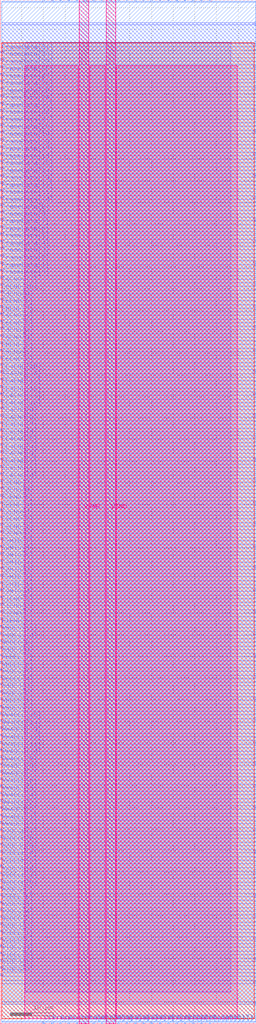
<source format=lef>
VERSION 5.7 ;
  NOWIREEXTENSIONATPIN ON ;
  DIVIDERCHAR "/" ;
  BUSBITCHARS "[]" ;
MACRO E_IO
  CLASS BLOCK ;
  FOREIGN E_IO ;
  ORIGIN 0.000 0.000 ;
  SIZE 59.200 BY 236.800 ;
  PIN A_I_top
    DIRECTION OUTPUT ;
    USE SIGNAL ;
    ANTENNADIFFAREA 0.654800 ;
    PORT
      LAYER Metal2 ;
        RECT 58.750 9.460 59.200 9.860 ;
    END
  END A_I_top
  PIN A_O_top
    DIRECTION INPUT ;
    USE SIGNAL ;
    ANTENNAGATEAREA 0.314600 ;
    PORT
      LAYER Metal2 ;
        RECT 58.750 4.420 59.200 4.820 ;
    END
  END A_O_top
  PIN A_T_top
    DIRECTION OUTPUT ;
    USE SIGNAL ;
    ANTENNADIFFAREA 0.654800 ;
    PORT
      LAYER Metal2 ;
        RECT 58.750 14.500 59.200 14.900 ;
    END
  END A_T_top
  PIN A_config_C_bit0
    DIRECTION OUTPUT ;
    USE SIGNAL ;
    ANTENNADIFFAREA 0.654800 ;
    PORT
      LAYER Metal2 ;
        RECT 58.750 34.660 59.200 35.060 ;
    END
  END A_config_C_bit0
  PIN A_config_C_bit1
    DIRECTION OUTPUT ;
    USE SIGNAL ;
    ANTENNADIFFAREA 0.654800 ;
    PORT
      LAYER Metal2 ;
        RECT 58.750 39.700 59.200 40.100 ;
    END
  END A_config_C_bit1
  PIN A_config_C_bit2
    DIRECTION OUTPUT ;
    USE SIGNAL ;
    ANTENNADIFFAREA 0.654800 ;
    PORT
      LAYER Metal2 ;
        RECT 58.750 44.740 59.200 45.140 ;
    END
  END A_config_C_bit2
  PIN A_config_C_bit3
    DIRECTION OUTPUT ;
    USE SIGNAL ;
    ANTENNADIFFAREA 0.654800 ;
    PORT
      LAYER Metal2 ;
        RECT 58.750 49.780 59.200 50.180 ;
    END
  END A_config_C_bit3
  PIN B_I_top
    DIRECTION OUTPUT ;
    USE SIGNAL ;
    ANTENNADIFFAREA 0.654800 ;
    PORT
      LAYER Metal2 ;
        RECT 58.750 24.580 59.200 24.980 ;
    END
  END B_I_top
  PIN B_O_top
    DIRECTION INPUT ;
    USE SIGNAL ;
    ANTENNAGATEAREA 0.314600 ;
    PORT
      LAYER Metal2 ;
        RECT 58.750 19.540 59.200 19.940 ;
    END
  END B_O_top
  PIN B_T_top
    DIRECTION OUTPUT ;
    USE SIGNAL ;
    ANTENNADIFFAREA 0.654800 ;
    PORT
      LAYER Metal2 ;
        RECT 58.750 29.620 59.200 30.020 ;
    END
  END B_T_top
  PIN B_config_C_bit0
    DIRECTION OUTPUT ;
    USE SIGNAL ;
    ANTENNADIFFAREA 0.654800 ;
    PORT
      LAYER Metal2 ;
        RECT 58.750 54.820 59.200 55.220 ;
    END
  END B_config_C_bit0
  PIN B_config_C_bit1
    DIRECTION OUTPUT ;
    USE SIGNAL ;
    ANTENNADIFFAREA 0.654800 ;
    PORT
      LAYER Metal2 ;
        RECT 58.750 59.860 59.200 60.260 ;
    END
  END B_config_C_bit1
  PIN B_config_C_bit2
    DIRECTION OUTPUT ;
    USE SIGNAL ;
    ANTENNADIFFAREA 0.654800 ;
    PORT
      LAYER Metal2 ;
        RECT 58.750 64.900 59.200 65.300 ;
    END
  END B_config_C_bit2
  PIN B_config_C_bit3
    DIRECTION OUTPUT ;
    USE SIGNAL ;
    ANTENNADIFFAREA 0.654800 ;
    PORT
      LAYER Metal2 ;
        RECT 58.750 69.940 59.200 70.340 ;
    END
  END B_config_C_bit3
  PIN E1END[0]
    DIRECTION INPUT ;
    USE SIGNAL ;
    ANTENNAGATEAREA 0.180700 ;
    PORT
      LAYER Metal2 ;
        RECT 0.000 91.780 0.450 92.180 ;
    END
  END E1END[0]
  PIN E1END[1]
    DIRECTION INPUT ;
    USE SIGNAL ;
    ANTENNAGATEAREA 0.213200 ;
    PORT
      LAYER Metal2 ;
        RECT 0.000 93.460 0.450 93.860 ;
    END
  END E1END[1]
  PIN E1END[2]
    DIRECTION INPUT ;
    USE SIGNAL ;
    ANTENNAGATEAREA 0.213200 ;
    PORT
      LAYER Metal2 ;
        RECT 0.000 95.140 0.450 95.540 ;
    END
  END E1END[2]
  PIN E1END[3]
    DIRECTION INPUT ;
    USE SIGNAL ;
    ANTENNAGATEAREA 0.213200 ;
    PORT
      LAYER Metal2 ;
        RECT 0.000 96.820 0.450 97.220 ;
    END
  END E1END[3]
  PIN E2END[0]
    DIRECTION INPUT ;
    USE SIGNAL ;
    ANTENNAGATEAREA 0.213200 ;
    PORT
      LAYER Metal2 ;
        RECT 0.000 111.940 0.450 112.340 ;
    END
  END E2END[0]
  PIN E2END[1]
    DIRECTION INPUT ;
    USE SIGNAL ;
    ANTENNAGATEAREA 0.213200 ;
    PORT
      LAYER Metal2 ;
        RECT 0.000 113.620 0.450 114.020 ;
    END
  END E2END[1]
  PIN E2END[2]
    DIRECTION INPUT ;
    USE SIGNAL ;
    ANTENNAGATEAREA 0.213200 ;
    PORT
      LAYER Metal2 ;
        RECT 0.000 115.300 0.450 115.700 ;
    END
  END E2END[2]
  PIN E2END[3]
    DIRECTION INPUT ;
    USE SIGNAL ;
    ANTENNAGATEAREA 0.213200 ;
    PORT
      LAYER Metal2 ;
        RECT 0.000 116.980 0.450 117.380 ;
    END
  END E2END[3]
  PIN E2END[4]
    DIRECTION INPUT ;
    USE SIGNAL ;
    ANTENNAGATEAREA 0.213200 ;
    PORT
      LAYER Metal2 ;
        RECT 0.000 118.660 0.450 119.060 ;
    END
  END E2END[4]
  PIN E2END[5]
    DIRECTION INPUT ;
    USE SIGNAL ;
    ANTENNAGATEAREA 0.213200 ;
    PORT
      LAYER Metal2 ;
        RECT 0.000 120.340 0.450 120.740 ;
    END
  END E2END[5]
  PIN E2END[6]
    DIRECTION INPUT ;
    USE SIGNAL ;
    ANTENNAGATEAREA 0.213200 ;
    PORT
      LAYER Metal2 ;
        RECT 0.000 122.020 0.450 122.420 ;
    END
  END E2END[6]
  PIN E2END[7]
    DIRECTION INPUT ;
    USE SIGNAL ;
    ANTENNAGATEAREA 0.213200 ;
    PORT
      LAYER Metal2 ;
        RECT 0.000 123.700 0.450 124.100 ;
    END
  END E2END[7]
  PIN E2MID[0]
    DIRECTION INPUT ;
    USE SIGNAL ;
    ANTENNAGATEAREA 0.213200 ;
    PORT
      LAYER Metal2 ;
        RECT 0.000 98.500 0.450 98.900 ;
    END
  END E2MID[0]
  PIN E2MID[1]
    DIRECTION INPUT ;
    USE SIGNAL ;
    ANTENNAGATEAREA 0.213200 ;
    PORT
      LAYER Metal2 ;
        RECT 0.000 100.180 0.450 100.580 ;
    END
  END E2MID[1]
  PIN E2MID[2]
    DIRECTION INPUT ;
    USE SIGNAL ;
    ANTENNAGATEAREA 0.213200 ;
    PORT
      LAYER Metal2 ;
        RECT 0.000 101.860 0.450 102.260 ;
    END
  END E2MID[2]
  PIN E2MID[3]
    DIRECTION INPUT ;
    USE SIGNAL ;
    ANTENNAGATEAREA 0.213200 ;
    PORT
      LAYER Metal2 ;
        RECT 0.000 103.540 0.450 103.940 ;
    END
  END E2MID[3]
  PIN E2MID[4]
    DIRECTION INPUT ;
    USE SIGNAL ;
    ANTENNAGATEAREA 0.213200 ;
    PORT
      LAYER Metal2 ;
        RECT 0.000 105.220 0.450 105.620 ;
    END
  END E2MID[4]
  PIN E2MID[5]
    DIRECTION INPUT ;
    USE SIGNAL ;
    ANTENNAGATEAREA 0.213200 ;
    PORT
      LAYER Metal2 ;
        RECT 0.000 106.900 0.450 107.300 ;
    END
  END E2MID[5]
  PIN E2MID[6]
    DIRECTION INPUT ;
    USE SIGNAL ;
    ANTENNAGATEAREA 0.213200 ;
    PORT
      LAYER Metal2 ;
        RECT 0.000 108.580 0.450 108.980 ;
    END
  END E2MID[6]
  PIN E2MID[7]
    DIRECTION INPUT ;
    USE SIGNAL ;
    ANTENNAGATEAREA 0.213200 ;
    PORT
      LAYER Metal2 ;
        RECT 0.000 110.260 0.450 110.660 ;
    END
  END E2MID[7]
  PIN E6END[0]
    DIRECTION INPUT ;
    USE SIGNAL ;
    ANTENNAGATEAREA 0.213200 ;
    PORT
      LAYER Metal2 ;
        RECT 0.000 152.260 0.450 152.660 ;
    END
  END E6END[0]
  PIN E6END[10]
    DIRECTION INPUT ;
    USE SIGNAL ;
    ANTENNAGATEAREA 0.180700 ;
    PORT
      LAYER Metal2 ;
        RECT 0.000 169.060 0.450 169.460 ;
    END
  END E6END[10]
  PIN E6END[11]
    DIRECTION INPUT ;
    USE SIGNAL ;
    ANTENNAGATEAREA 0.180700 ;
    PORT
      LAYER Metal2 ;
        RECT 0.000 170.740 0.450 171.140 ;
    END
  END E6END[11]
  PIN E6END[1]
    DIRECTION INPUT ;
    USE SIGNAL ;
    ANTENNAGATEAREA 0.314600 ;
    PORT
      LAYER Metal2 ;
        RECT 0.000 153.940 0.450 154.340 ;
    END
  END E6END[1]
  PIN E6END[2]
    DIRECTION INPUT ;
    USE SIGNAL ;
    ANTENNAGATEAREA 0.213200 ;
    PORT
      LAYER Metal2 ;
        RECT 0.000 155.620 0.450 156.020 ;
    END
  END E6END[2]
  PIN E6END[3]
    DIRECTION INPUT ;
    USE SIGNAL ;
    ANTENNAGATEAREA 0.213200 ;
    PORT
      LAYER Metal2 ;
        RECT 0.000 157.300 0.450 157.700 ;
    END
  END E6END[3]
  PIN E6END[4]
    DIRECTION INPUT ;
    USE SIGNAL ;
    ANTENNAGATEAREA 0.213200 ;
    PORT
      LAYER Metal2 ;
        RECT 0.000 158.980 0.450 159.380 ;
    END
  END E6END[4]
  PIN E6END[5]
    DIRECTION INPUT ;
    USE SIGNAL ;
    ANTENNAGATEAREA 0.213200 ;
    PORT
      LAYER Metal2 ;
        RECT 0.000 160.660 0.450 161.060 ;
    END
  END E6END[5]
  PIN E6END[6]
    DIRECTION INPUT ;
    USE SIGNAL ;
    ANTENNAGATEAREA 0.213200 ;
    PORT
      LAYER Metal2 ;
        RECT 0.000 162.340 0.450 162.740 ;
    END
  END E6END[6]
  PIN E6END[7]
    DIRECTION INPUT ;
    USE SIGNAL ;
    ANTENNAGATEAREA 0.213200 ;
    PORT
      LAYER Metal2 ;
        RECT 0.000 164.020 0.450 164.420 ;
    END
  END E6END[7]
  PIN E6END[8]
    DIRECTION INPUT ;
    USE SIGNAL ;
    ANTENNAGATEAREA 0.314600 ;
    PORT
      LAYER Metal2 ;
        RECT 0.000 165.700 0.450 166.100 ;
    END
  END E6END[8]
  PIN E6END[9]
    DIRECTION INPUT ;
    USE SIGNAL ;
    ANTENNAGATEAREA 0.213200 ;
    PORT
      LAYER Metal2 ;
        RECT 0.000 167.380 0.450 167.780 ;
    END
  END E6END[9]
  PIN EE4END[0]
    DIRECTION INPUT ;
    USE SIGNAL ;
    ANTENNAGATEAREA 0.213200 ;
    PORT
      LAYER Metal2 ;
        RECT 0.000 125.380 0.450 125.780 ;
    END
  END EE4END[0]
  PIN EE4END[10]
    DIRECTION INPUT ;
    USE SIGNAL ;
    ANTENNAGATEAREA 0.213200 ;
    PORT
      LAYER Metal2 ;
        RECT 0.000 142.180 0.450 142.580 ;
    END
  END EE4END[10]
  PIN EE4END[11]
    DIRECTION INPUT ;
    USE SIGNAL ;
    ANTENNAGATEAREA 0.213200 ;
    PORT
      LAYER Metal2 ;
        RECT 0.000 143.860 0.450 144.260 ;
    END
  END EE4END[11]
  PIN EE4END[12]
    DIRECTION INPUT ;
    USE SIGNAL ;
    ANTENNAGATEAREA 0.180700 ;
    PORT
      LAYER Metal2 ;
        RECT 0.000 145.540 0.450 145.940 ;
    END
  END EE4END[12]
  PIN EE4END[13]
    DIRECTION INPUT ;
    USE SIGNAL ;
    ANTENNAGATEAREA 0.180700 ;
    PORT
      LAYER Metal2 ;
        RECT 0.000 147.220 0.450 147.620 ;
    END
  END EE4END[13]
  PIN EE4END[14]
    DIRECTION INPUT ;
    USE SIGNAL ;
    ANTENNAGATEAREA 0.180700 ;
    PORT
      LAYER Metal2 ;
        RECT 0.000 148.900 0.450 149.300 ;
    END
  END EE4END[14]
  PIN EE4END[15]
    DIRECTION INPUT ;
    USE SIGNAL ;
    ANTENNAGATEAREA 0.180700 ;
    PORT
      LAYER Metal2 ;
        RECT 0.000 150.580 0.450 150.980 ;
    END
  END EE4END[15]
  PIN EE4END[1]
    DIRECTION INPUT ;
    USE SIGNAL ;
    ANTENNAGATEAREA 0.213200 ;
    PORT
      LAYER Metal2 ;
        RECT 0.000 127.060 0.450 127.460 ;
    END
  END EE4END[1]
  PIN EE4END[2]
    DIRECTION INPUT ;
    USE SIGNAL ;
    ANTENNAGATEAREA 0.180700 ;
    PORT
      LAYER Metal2 ;
        RECT 0.000 128.740 0.450 129.140 ;
    END
  END EE4END[2]
  PIN EE4END[3]
    DIRECTION INPUT ;
    USE SIGNAL ;
    ANTENNAGATEAREA 0.213200 ;
    PORT
      LAYER Metal2 ;
        RECT 0.000 130.420 0.450 130.820 ;
    END
  END EE4END[3]
  PIN EE4END[4]
    DIRECTION INPUT ;
    USE SIGNAL ;
    ANTENNAGATEAREA 0.180700 ;
    PORT
      LAYER Metal2 ;
        RECT 0.000 132.100 0.450 132.500 ;
    END
  END EE4END[4]
  PIN EE4END[5]
    DIRECTION INPUT ;
    USE SIGNAL ;
    ANTENNAGATEAREA 0.180700 ;
    PORT
      LAYER Metal2 ;
        RECT 0.000 133.780 0.450 134.180 ;
    END
  END EE4END[5]
  PIN EE4END[6]
    DIRECTION INPUT ;
    USE SIGNAL ;
    ANTENNAGATEAREA 0.213200 ;
    PORT
      LAYER Metal2 ;
        RECT 0.000 135.460 0.450 135.860 ;
    END
  END EE4END[6]
  PIN EE4END[7]
    DIRECTION INPUT ;
    USE SIGNAL ;
    ANTENNAGATEAREA 0.180700 ;
    PORT
      LAYER Metal2 ;
        RECT 0.000 137.140 0.450 137.540 ;
    END
  END EE4END[7]
  PIN EE4END[8]
    DIRECTION INPUT ;
    USE SIGNAL ;
    ANTENNAGATEAREA 0.213200 ;
    PORT
      LAYER Metal2 ;
        RECT 0.000 138.820 0.450 139.220 ;
    END
  END EE4END[8]
  PIN EE4END[9]
    DIRECTION INPUT ;
    USE SIGNAL ;
    ANTENNAGATEAREA 0.213200 ;
    PORT
      LAYER Metal2 ;
        RECT 0.000 140.500 0.450 140.900 ;
    END
  END EE4END[9]
  PIN FrameData[0]
    DIRECTION INPUT ;
    USE SIGNAL ;
    ANTENNAGATEAREA 0.180700 ;
    PORT
      LAYER Metal2 ;
        RECT 0.000 172.420 0.450 172.820 ;
    END
  END FrameData[0]
  PIN FrameData[10]
    DIRECTION INPUT ;
    USE SIGNAL ;
    ANTENNAGATEAREA 0.180700 ;
    PORT
      LAYER Metal2 ;
        RECT 0.000 189.220 0.450 189.620 ;
    END
  END FrameData[10]
  PIN FrameData[11]
    DIRECTION INPUT ;
    USE SIGNAL ;
    ANTENNAGATEAREA 0.180700 ;
    PORT
      LAYER Metal2 ;
        RECT 0.000 190.900 0.450 191.300 ;
    END
  END FrameData[11]
  PIN FrameData[12]
    DIRECTION INPUT ;
    USE SIGNAL ;
    ANTENNAGATEAREA 0.180700 ;
    PORT
      LAYER Metal2 ;
        RECT 0.000 192.580 0.450 192.980 ;
    END
  END FrameData[12]
  PIN FrameData[13]
    DIRECTION INPUT ;
    USE SIGNAL ;
    ANTENNAGATEAREA 0.180700 ;
    PORT
      LAYER Metal2 ;
        RECT 0.000 194.260 0.450 194.660 ;
    END
  END FrameData[13]
  PIN FrameData[14]
    DIRECTION INPUT ;
    USE SIGNAL ;
    ANTENNAGATEAREA 0.314600 ;
    PORT
      LAYER Metal2 ;
        RECT 0.000 195.940 0.450 196.340 ;
    END
  END FrameData[14]
  PIN FrameData[15]
    DIRECTION INPUT ;
    USE SIGNAL ;
    ANTENNAGATEAREA 0.314600 ;
    PORT
      LAYER Metal2 ;
        RECT 0.000 197.620 0.450 198.020 ;
    END
  END FrameData[15]
  PIN FrameData[16]
    DIRECTION INPUT ;
    USE SIGNAL ;
    ANTENNAGATEAREA 0.314600 ;
    PORT
      LAYER Metal2 ;
        RECT 0.000 199.300 0.450 199.700 ;
    END
  END FrameData[16]
  PIN FrameData[17]
    DIRECTION INPUT ;
    USE SIGNAL ;
    ANTENNAGATEAREA 0.314600 ;
    PORT
      LAYER Metal2 ;
        RECT 0.000 200.980 0.450 201.380 ;
    END
  END FrameData[17]
  PIN FrameData[18]
    DIRECTION INPUT ;
    USE SIGNAL ;
    ANTENNAGATEAREA 0.213200 ;
    PORT
      LAYER Metal2 ;
        RECT 0.000 202.660 0.450 203.060 ;
    END
  END FrameData[18]
  PIN FrameData[19]
    DIRECTION INPUT ;
    USE SIGNAL ;
    ANTENNAGATEAREA 0.314600 ;
    PORT
      LAYER Metal2 ;
        RECT 0.000 204.340 0.450 204.740 ;
    END
  END FrameData[19]
  PIN FrameData[1]
    DIRECTION INPUT ;
    USE SIGNAL ;
    ANTENNAGATEAREA 0.180700 ;
    PORT
      LAYER Metal2 ;
        RECT 0.000 174.100 0.450 174.500 ;
    END
  END FrameData[1]
  PIN FrameData[20]
    DIRECTION INPUT ;
    USE SIGNAL ;
    ANTENNAGATEAREA 0.314600 ;
    PORT
      LAYER Metal2 ;
        RECT 0.000 206.020 0.450 206.420 ;
    END
  END FrameData[20]
  PIN FrameData[21]
    DIRECTION INPUT ;
    USE SIGNAL ;
    ANTENNAGATEAREA 0.213200 ;
    PORT
      LAYER Metal2 ;
        RECT 0.000 207.700 0.450 208.100 ;
    END
  END FrameData[21]
  PIN FrameData[22]
    DIRECTION INPUT ;
    USE SIGNAL ;
    ANTENNAGATEAREA 0.314600 ;
    PORT
      LAYER Metal2 ;
        RECT 0.000 209.380 0.450 209.780 ;
    END
  END FrameData[22]
  PIN FrameData[23]
    DIRECTION INPUT ;
    USE SIGNAL ;
    ANTENNAGATEAREA 0.314600 ;
    PORT
      LAYER Metal2 ;
        RECT 0.000 211.060 0.450 211.460 ;
    END
  END FrameData[23]
  PIN FrameData[24]
    DIRECTION INPUT ;
    USE SIGNAL ;
    ANTENNAGATEAREA 0.314600 ;
    PORT
      LAYER Metal2 ;
        RECT 0.000 212.740 0.450 213.140 ;
    END
  END FrameData[24]
  PIN FrameData[25]
    DIRECTION INPUT ;
    USE SIGNAL ;
    ANTENNAGATEAREA 0.314600 ;
    PORT
      LAYER Metal2 ;
        RECT 0.000 214.420 0.450 214.820 ;
    END
  END FrameData[25]
  PIN FrameData[26]
    DIRECTION INPUT ;
    USE SIGNAL ;
    ANTENNAGATEAREA 0.213200 ;
    PORT
      LAYER Metal2 ;
        RECT 0.000 216.100 0.450 216.500 ;
    END
  END FrameData[26]
  PIN FrameData[27]
    DIRECTION INPUT ;
    USE SIGNAL ;
    ANTENNAGATEAREA 0.213200 ;
    PORT
      LAYER Metal2 ;
        RECT 0.000 217.780 0.450 218.180 ;
    END
  END FrameData[27]
  PIN FrameData[28]
    DIRECTION INPUT ;
    USE SIGNAL ;
    ANTENNAGATEAREA 0.180700 ;
    PORT
      LAYER Metal2 ;
        RECT 0.000 219.460 0.450 219.860 ;
    END
  END FrameData[28]
  PIN FrameData[29]
    DIRECTION INPUT ;
    USE SIGNAL ;
    ANTENNAGATEAREA 0.180700 ;
    PORT
      LAYER Metal2 ;
        RECT 0.000 221.140 0.450 221.540 ;
    END
  END FrameData[29]
  PIN FrameData[2]
    DIRECTION INPUT ;
    USE SIGNAL ;
    ANTENNAGATEAREA 0.213200 ;
    PORT
      LAYER Metal2 ;
        RECT 0.000 175.780 0.450 176.180 ;
    END
  END FrameData[2]
  PIN FrameData[30]
    DIRECTION INPUT ;
    USE SIGNAL ;
    ANTENNAGATEAREA 0.213200 ;
    PORT
      LAYER Metal2 ;
        RECT 0.000 222.820 0.450 223.220 ;
    END
  END FrameData[30]
  PIN FrameData[31]
    DIRECTION INPUT ;
    USE SIGNAL ;
    ANTENNAGATEAREA 0.213200 ;
    PORT
      LAYER Metal2 ;
        RECT 0.000 224.500 0.450 224.900 ;
    END
  END FrameData[31]
  PIN FrameData[3]
    DIRECTION INPUT ;
    USE SIGNAL ;
    ANTENNAGATEAREA 0.213200 ;
    PORT
      LAYER Metal2 ;
        RECT 0.000 177.460 0.450 177.860 ;
    END
  END FrameData[3]
  PIN FrameData[4]
    DIRECTION INPUT ;
    USE SIGNAL ;
    ANTENNAGATEAREA 0.213200 ;
    PORT
      LAYER Metal2 ;
        RECT 0.000 179.140 0.450 179.540 ;
    END
  END FrameData[4]
  PIN FrameData[5]
    DIRECTION INPUT ;
    USE SIGNAL ;
    ANTENNAGATEAREA 0.213200 ;
    PORT
      LAYER Metal2 ;
        RECT 0.000 180.820 0.450 181.220 ;
    END
  END FrameData[5]
  PIN FrameData[6]
    DIRECTION INPUT ;
    USE SIGNAL ;
    ANTENNAGATEAREA 0.213200 ;
    PORT
      LAYER Metal2 ;
        RECT 0.000 182.500 0.450 182.900 ;
    END
  END FrameData[6]
  PIN FrameData[7]
    DIRECTION INPUT ;
    USE SIGNAL ;
    ANTENNAGATEAREA 0.314600 ;
    PORT
      LAYER Metal2 ;
        RECT 0.000 184.180 0.450 184.580 ;
    END
  END FrameData[7]
  PIN FrameData[8]
    DIRECTION INPUT ;
    USE SIGNAL ;
    ANTENNAGATEAREA 0.213200 ;
    PORT
      LAYER Metal2 ;
        RECT 0.000 185.860 0.450 186.260 ;
    END
  END FrameData[8]
  PIN FrameData[9]
    DIRECTION INPUT ;
    USE SIGNAL ;
    ANTENNAGATEAREA 0.213200 ;
    PORT
      LAYER Metal2 ;
        RECT 0.000 187.540 0.450 187.940 ;
    END
  END FrameData[9]
  PIN FrameData_O[0]
    DIRECTION OUTPUT ;
    USE SIGNAL ;
    ANTENNADIFFAREA 0.654800 ;
    PORT
      LAYER Metal2 ;
        RECT 58.750 74.980 59.200 75.380 ;
    END
  END FrameData_O[0]
  PIN FrameData_O[10]
    DIRECTION OUTPUT ;
    USE SIGNAL ;
    ANTENNADIFFAREA 0.654800 ;
    PORT
      LAYER Metal2 ;
        RECT 58.750 125.380 59.200 125.780 ;
    END
  END FrameData_O[10]
  PIN FrameData_O[11]
    DIRECTION OUTPUT ;
    USE SIGNAL ;
    ANTENNADIFFAREA 0.654800 ;
    PORT
      LAYER Metal2 ;
        RECT 58.750 130.420 59.200 130.820 ;
    END
  END FrameData_O[11]
  PIN FrameData_O[12]
    DIRECTION OUTPUT ;
    USE SIGNAL ;
    ANTENNADIFFAREA 0.654800 ;
    PORT
      LAYER Metal2 ;
        RECT 58.750 135.460 59.200 135.860 ;
    END
  END FrameData_O[12]
  PIN FrameData_O[13]
    DIRECTION OUTPUT ;
    USE SIGNAL ;
    ANTENNADIFFAREA 0.654800 ;
    PORT
      LAYER Metal2 ;
        RECT 58.750 140.500 59.200 140.900 ;
    END
  END FrameData_O[13]
  PIN FrameData_O[14]
    DIRECTION OUTPUT ;
    USE SIGNAL ;
    ANTENNADIFFAREA 0.654800 ;
    PORT
      LAYER Metal2 ;
        RECT 58.750 145.540 59.200 145.940 ;
    END
  END FrameData_O[14]
  PIN FrameData_O[15]
    DIRECTION OUTPUT ;
    USE SIGNAL ;
    ANTENNADIFFAREA 0.654800 ;
    PORT
      LAYER Metal2 ;
        RECT 58.750 150.580 59.200 150.980 ;
    END
  END FrameData_O[15]
  PIN FrameData_O[16]
    DIRECTION OUTPUT ;
    USE SIGNAL ;
    ANTENNADIFFAREA 0.654800 ;
    PORT
      LAYER Metal2 ;
        RECT 58.750 155.620 59.200 156.020 ;
    END
  END FrameData_O[16]
  PIN FrameData_O[17]
    DIRECTION OUTPUT ;
    USE SIGNAL ;
    ANTENNADIFFAREA 0.654800 ;
    PORT
      LAYER Metal2 ;
        RECT 58.750 160.660 59.200 161.060 ;
    END
  END FrameData_O[17]
  PIN FrameData_O[18]
    DIRECTION OUTPUT ;
    USE SIGNAL ;
    ANTENNADIFFAREA 0.654800 ;
    PORT
      LAYER Metal2 ;
        RECT 58.750 165.700 59.200 166.100 ;
    END
  END FrameData_O[18]
  PIN FrameData_O[19]
    DIRECTION OUTPUT ;
    USE SIGNAL ;
    ANTENNADIFFAREA 0.654800 ;
    PORT
      LAYER Metal2 ;
        RECT 58.750 170.740 59.200 171.140 ;
    END
  END FrameData_O[19]
  PIN FrameData_O[1]
    DIRECTION OUTPUT ;
    USE SIGNAL ;
    ANTENNADIFFAREA 0.654800 ;
    PORT
      LAYER Metal2 ;
        RECT 58.750 80.020 59.200 80.420 ;
    END
  END FrameData_O[1]
  PIN FrameData_O[20]
    DIRECTION OUTPUT ;
    USE SIGNAL ;
    ANTENNADIFFAREA 0.654800 ;
    PORT
      LAYER Metal2 ;
        RECT 58.750 175.780 59.200 176.180 ;
    END
  END FrameData_O[20]
  PIN FrameData_O[21]
    DIRECTION OUTPUT ;
    USE SIGNAL ;
    ANTENNADIFFAREA 0.654800 ;
    PORT
      LAYER Metal2 ;
        RECT 58.750 180.820 59.200 181.220 ;
    END
  END FrameData_O[21]
  PIN FrameData_O[22]
    DIRECTION OUTPUT ;
    USE SIGNAL ;
    ANTENNADIFFAREA 0.654800 ;
    PORT
      LAYER Metal2 ;
        RECT 58.750 185.860 59.200 186.260 ;
    END
  END FrameData_O[22]
  PIN FrameData_O[23]
    DIRECTION OUTPUT ;
    USE SIGNAL ;
    ANTENNADIFFAREA 0.654800 ;
    PORT
      LAYER Metal2 ;
        RECT 58.750 190.900 59.200 191.300 ;
    END
  END FrameData_O[23]
  PIN FrameData_O[24]
    DIRECTION OUTPUT ;
    USE SIGNAL ;
    ANTENNADIFFAREA 0.654800 ;
    PORT
      LAYER Metal2 ;
        RECT 58.750 195.940 59.200 196.340 ;
    END
  END FrameData_O[24]
  PIN FrameData_O[25]
    DIRECTION OUTPUT ;
    USE SIGNAL ;
    ANTENNADIFFAREA 0.654800 ;
    PORT
      LAYER Metal2 ;
        RECT 58.750 200.980 59.200 201.380 ;
    END
  END FrameData_O[25]
  PIN FrameData_O[26]
    DIRECTION OUTPUT ;
    USE SIGNAL ;
    ANTENNADIFFAREA 0.654800 ;
    PORT
      LAYER Metal2 ;
        RECT 58.750 206.020 59.200 206.420 ;
    END
  END FrameData_O[26]
  PIN FrameData_O[27]
    DIRECTION OUTPUT ;
    USE SIGNAL ;
    ANTENNADIFFAREA 0.654800 ;
    PORT
      LAYER Metal2 ;
        RECT 58.750 211.060 59.200 211.460 ;
    END
  END FrameData_O[27]
  PIN FrameData_O[28]
    DIRECTION OUTPUT ;
    USE SIGNAL ;
    ANTENNADIFFAREA 0.654800 ;
    PORT
      LAYER Metal2 ;
        RECT 58.750 216.100 59.200 216.500 ;
    END
  END FrameData_O[28]
  PIN FrameData_O[29]
    DIRECTION OUTPUT ;
    USE SIGNAL ;
    ANTENNADIFFAREA 0.654800 ;
    PORT
      LAYER Metal2 ;
        RECT 58.750 221.140 59.200 221.540 ;
    END
  END FrameData_O[29]
  PIN FrameData_O[2]
    DIRECTION OUTPUT ;
    USE SIGNAL ;
    ANTENNADIFFAREA 0.654800 ;
    PORT
      LAYER Metal2 ;
        RECT 58.750 85.060 59.200 85.460 ;
    END
  END FrameData_O[2]
  PIN FrameData_O[30]
    DIRECTION OUTPUT ;
    USE SIGNAL ;
    ANTENNADIFFAREA 0.654800 ;
    PORT
      LAYER Metal2 ;
        RECT 58.750 226.180 59.200 226.580 ;
    END
  END FrameData_O[30]
  PIN FrameData_O[31]
    DIRECTION OUTPUT ;
    USE SIGNAL ;
    ANTENNADIFFAREA 0.654800 ;
    PORT
      LAYER Metal2 ;
        RECT 58.750 231.220 59.200 231.620 ;
    END
  END FrameData_O[31]
  PIN FrameData_O[3]
    DIRECTION OUTPUT ;
    USE SIGNAL ;
    ANTENNADIFFAREA 0.654800 ;
    PORT
      LAYER Metal2 ;
        RECT 58.750 90.100 59.200 90.500 ;
    END
  END FrameData_O[3]
  PIN FrameData_O[4]
    DIRECTION OUTPUT ;
    USE SIGNAL ;
    ANTENNADIFFAREA 0.654800 ;
    PORT
      LAYER Metal2 ;
        RECT 58.750 95.140 59.200 95.540 ;
    END
  END FrameData_O[4]
  PIN FrameData_O[5]
    DIRECTION OUTPUT ;
    USE SIGNAL ;
    ANTENNADIFFAREA 0.654800 ;
    PORT
      LAYER Metal2 ;
        RECT 58.750 100.180 59.200 100.580 ;
    END
  END FrameData_O[5]
  PIN FrameData_O[6]
    DIRECTION OUTPUT ;
    USE SIGNAL ;
    ANTENNADIFFAREA 0.654800 ;
    PORT
      LAYER Metal2 ;
        RECT 58.750 105.220 59.200 105.620 ;
    END
  END FrameData_O[6]
  PIN FrameData_O[7]
    DIRECTION OUTPUT ;
    USE SIGNAL ;
    ANTENNADIFFAREA 0.654800 ;
    PORT
      LAYER Metal2 ;
        RECT 58.750 110.260 59.200 110.660 ;
    END
  END FrameData_O[7]
  PIN FrameData_O[8]
    DIRECTION OUTPUT ;
    USE SIGNAL ;
    ANTENNADIFFAREA 0.654800 ;
    PORT
      LAYER Metal2 ;
        RECT 58.750 115.300 59.200 115.700 ;
    END
  END FrameData_O[8]
  PIN FrameData_O[9]
    DIRECTION OUTPUT ;
    USE SIGNAL ;
    ANTENNADIFFAREA 0.654800 ;
    PORT
      LAYER Metal2 ;
        RECT 58.750 120.340 59.200 120.740 ;
    END
  END FrameData_O[9]
  PIN FrameStrobe[0]
    DIRECTION INPUT ;
    USE SIGNAL ;
    ANTENNAGATEAREA 0.426400 ;
    PORT
      LAYER Metal3 ;
        RECT 11.800 0.000 12.200 0.400 ;
    END
  END FrameStrobe[0]
  PIN FrameStrobe[10]
    DIRECTION INPUT ;
    USE SIGNAL ;
    ANTENNAGATEAREA 6.264700 ;
    ANTENNADIFFAREA 20.153999 ;
    PORT
      LAYER Metal3 ;
        RECT 31.000 0.000 31.400 0.400 ;
    END
  END FrameStrobe[10]
  PIN FrameStrobe[11]
    DIRECTION INPUT ;
    USE SIGNAL ;
    ANTENNAGATEAREA 5.047900 ;
    ANTENNADIFFAREA 16.123199 ;
    PORT
      LAYER Metal3 ;
        RECT 32.920 0.000 33.320 0.400 ;
    END
  END FrameStrobe[11]
  PIN FrameStrobe[12]
    DIRECTION INPUT ;
    USE SIGNAL ;
    ANTENNAGATEAREA 5.047900 ;
    ANTENNADIFFAREA 16.123199 ;
    PORT
      LAYER Metal3 ;
        RECT 34.840 0.000 35.240 0.400 ;
    END
  END FrameStrobe[12]
  PIN FrameStrobe[13]
    DIRECTION INPUT ;
    USE SIGNAL ;
    ANTENNAGATEAREA 0.180700 ;
    PORT
      LAYER Metal3 ;
        RECT 36.760 0.000 37.160 0.400 ;
    END
  END FrameStrobe[13]
  PIN FrameStrobe[14]
    DIRECTION INPUT ;
    USE SIGNAL ;
    ANTENNAGATEAREA 3.831100 ;
    ANTENNADIFFAREA 12.092400 ;
    PORT
      LAYER Metal3 ;
        RECT 38.680 0.000 39.080 0.400 ;
    END
  END FrameStrobe[14]
  PIN FrameStrobe[15]
    DIRECTION INPUT ;
    USE SIGNAL ;
    ANTENNAGATEAREA 0.180700 ;
    PORT
      LAYER Metal3 ;
        RECT 40.600 0.000 41.000 0.400 ;
    END
  END FrameStrobe[15]
  PIN FrameStrobe[16]
    DIRECTION INPUT ;
    USE SIGNAL ;
    ANTENNAGATEAREA 5.656300 ;
    ANTENNADIFFAREA 18.138599 ;
    PORT
      LAYER Metal3 ;
        RECT 42.520 0.000 42.920 0.400 ;
    END
  END FrameStrobe[16]
  PIN FrameStrobe[17]
    DIRECTION INPUT ;
    USE SIGNAL ;
    ANTENNAGATEAREA 2.005900 ;
    ANTENNADIFFAREA 6.046200 ;
    PORT
      LAYER Metal3 ;
        RECT 44.440 0.000 44.840 0.400 ;
    END
  END FrameStrobe[17]
  PIN FrameStrobe[18]
    DIRECTION INPUT ;
    USE SIGNAL ;
    ANTENNAGATEAREA 6.264700 ;
    ANTENNADIFFAREA 20.153999 ;
    PORT
      LAYER Metal3 ;
        RECT 46.360 0.000 46.760 0.400 ;
    END
  END FrameStrobe[18]
  PIN FrameStrobe[19]
    DIRECTION INPUT ;
    USE SIGNAL ;
    ANTENNAGATEAREA 6.264700 ;
    ANTENNADIFFAREA 20.153999 ;
    PORT
      LAYER Metal3 ;
        RECT 48.280 0.000 48.680 0.400 ;
    END
  END FrameStrobe[19]
  PIN FrameStrobe[1]
    DIRECTION INPUT ;
    USE SIGNAL ;
    ANTENNAGATEAREA 0.639600 ;
    PORT
      LAYER Metal3 ;
        RECT 13.720 0.000 14.120 0.400 ;
    END
  END FrameStrobe[1]
  PIN FrameStrobe[2]
    DIRECTION INPUT ;
    USE SIGNAL ;
    ANTENNAGATEAREA 0.639600 ;
    PORT
      LAYER Metal3 ;
        RECT 15.640 0.000 16.040 0.400 ;
    END
  END FrameStrobe[2]
  PIN FrameStrobe[3]
    DIRECTION INPUT ;
    USE SIGNAL ;
    ANTENNAGATEAREA 5.688800 ;
    ANTENNADIFFAREA 18.138599 ;
    PORT
      LAYER Metal3 ;
        RECT 17.560 0.000 17.960 0.400 ;
    END
  END FrameStrobe[3]
  PIN FrameStrobe[4]
    DIRECTION INPUT ;
    USE SIGNAL ;
    ANTENNAGATEAREA 6.264700 ;
    ANTENNADIFFAREA 20.153999 ;
    PORT
      LAYER Metal3 ;
        RECT 19.480 0.000 19.880 0.400 ;
    END
  END FrameStrobe[4]
  PIN FrameStrobe[5]
    DIRECTION INPUT ;
    USE SIGNAL ;
    ANTENNAGATEAREA 0.180700 ;
    PORT
      LAYER Metal3 ;
        RECT 21.400 0.000 21.800 0.400 ;
    END
  END FrameStrobe[5]
  PIN FrameStrobe[6]
    DIRECTION INPUT ;
    USE SIGNAL ;
    ANTENNAGATEAREA 5.656300 ;
    ANTENNADIFFAREA 18.138599 ;
    PORT
      LAYER Metal3 ;
        RECT 23.320 0.000 23.720 0.400 ;
    END
  END FrameStrobe[6]
  PIN FrameStrobe[7]
    DIRECTION INPUT ;
    USE SIGNAL ;
    ANTENNAGATEAREA 4.439500 ;
    ANTENNADIFFAREA 14.107800 ;
    PORT
      LAYER Metal3 ;
        RECT 25.240 0.000 25.640 0.400 ;
    END
  END FrameStrobe[7]
  PIN FrameStrobe[8]
    DIRECTION INPUT ;
    USE SIGNAL ;
    ANTENNAGATEAREA 3.831100 ;
    ANTENNADIFFAREA 12.092400 ;
    PORT
      LAYER Metal3 ;
        RECT 27.160 0.000 27.560 0.400 ;
    END
  END FrameStrobe[8]
  PIN FrameStrobe[9]
    DIRECTION INPUT ;
    USE SIGNAL ;
    ANTENNAGATEAREA 5.656300 ;
    ANTENNADIFFAREA 18.138599 ;
    PORT
      LAYER Metal3 ;
        RECT 29.080 0.000 29.480 0.400 ;
    END
  END FrameStrobe[9]
  PIN FrameStrobe_O[0]
    DIRECTION OUTPUT ;
    USE SIGNAL ;
    ANTENNADIFFAREA 0.654800 ;
    PORT
      LAYER Metal3 ;
        RECT 11.800 236.400 12.200 236.800 ;
    END
  END FrameStrobe_O[0]
  PIN FrameStrobe_O[10]
    DIRECTION OUTPUT ;
    USE SIGNAL ;
    ANTENNADIFFAREA 0.654800 ;
    PORT
      LAYER Metal3 ;
        RECT 31.000 236.400 31.400 236.800 ;
    END
  END FrameStrobe_O[10]
  PIN FrameStrobe_O[11]
    DIRECTION OUTPUT ;
    USE SIGNAL ;
    ANTENNADIFFAREA 0.654800 ;
    PORT
      LAYER Metal3 ;
        RECT 32.920 236.400 33.320 236.800 ;
    END
  END FrameStrobe_O[11]
  PIN FrameStrobe_O[12]
    DIRECTION OUTPUT ;
    USE SIGNAL ;
    ANTENNADIFFAREA 0.654800 ;
    PORT
      LAYER Metal3 ;
        RECT 34.840 236.400 35.240 236.800 ;
    END
  END FrameStrobe_O[12]
  PIN FrameStrobe_O[13]
    DIRECTION OUTPUT ;
    USE SIGNAL ;
    ANTENNADIFFAREA 0.654800 ;
    PORT
      LAYER Metal3 ;
        RECT 36.760 236.400 37.160 236.800 ;
    END
  END FrameStrobe_O[13]
  PIN FrameStrobe_O[14]
    DIRECTION OUTPUT ;
    USE SIGNAL ;
    ANTENNADIFFAREA 0.654800 ;
    PORT
      LAYER Metal3 ;
        RECT 38.680 236.400 39.080 236.800 ;
    END
  END FrameStrobe_O[14]
  PIN FrameStrobe_O[15]
    DIRECTION OUTPUT ;
    USE SIGNAL ;
    ANTENNADIFFAREA 0.654800 ;
    PORT
      LAYER Metal3 ;
        RECT 40.600 236.400 41.000 236.800 ;
    END
  END FrameStrobe_O[15]
  PIN FrameStrobe_O[16]
    DIRECTION OUTPUT ;
    USE SIGNAL ;
    ANTENNADIFFAREA 0.654800 ;
    PORT
      LAYER Metal3 ;
        RECT 42.520 236.400 42.920 236.800 ;
    END
  END FrameStrobe_O[16]
  PIN FrameStrobe_O[17]
    DIRECTION OUTPUT ;
    USE SIGNAL ;
    ANTENNADIFFAREA 0.654800 ;
    PORT
      LAYER Metal3 ;
        RECT 44.440 236.400 44.840 236.800 ;
    END
  END FrameStrobe_O[17]
  PIN FrameStrobe_O[18]
    DIRECTION OUTPUT ;
    USE SIGNAL ;
    ANTENNADIFFAREA 0.654800 ;
    PORT
      LAYER Metal3 ;
        RECT 46.360 236.400 46.760 236.800 ;
    END
  END FrameStrobe_O[18]
  PIN FrameStrobe_O[19]
    DIRECTION OUTPUT ;
    USE SIGNAL ;
    ANTENNADIFFAREA 0.654800 ;
    PORT
      LAYER Metal3 ;
        RECT 48.280 236.400 48.680 236.800 ;
    END
  END FrameStrobe_O[19]
  PIN FrameStrobe_O[1]
    DIRECTION OUTPUT ;
    USE SIGNAL ;
    ANTENNADIFFAREA 0.654800 ;
    PORT
      LAYER Metal3 ;
        RECT 13.720 236.400 14.120 236.800 ;
    END
  END FrameStrobe_O[1]
  PIN FrameStrobe_O[2]
    DIRECTION OUTPUT ;
    USE SIGNAL ;
    ANTENNADIFFAREA 0.654800 ;
    PORT
      LAYER Metal3 ;
        RECT 15.640 236.400 16.040 236.800 ;
    END
  END FrameStrobe_O[2]
  PIN FrameStrobe_O[3]
    DIRECTION OUTPUT ;
    USE SIGNAL ;
    ANTENNADIFFAREA 0.654800 ;
    PORT
      LAYER Metal3 ;
        RECT 17.560 236.400 17.960 236.800 ;
    END
  END FrameStrobe_O[3]
  PIN FrameStrobe_O[4]
    DIRECTION OUTPUT ;
    USE SIGNAL ;
    ANTENNADIFFAREA 0.654800 ;
    PORT
      LAYER Metal3 ;
        RECT 19.480 236.400 19.880 236.800 ;
    END
  END FrameStrobe_O[4]
  PIN FrameStrobe_O[5]
    DIRECTION OUTPUT ;
    USE SIGNAL ;
    ANTENNADIFFAREA 0.654800 ;
    PORT
      LAYER Metal3 ;
        RECT 21.400 236.400 21.800 236.800 ;
    END
  END FrameStrobe_O[5]
  PIN FrameStrobe_O[6]
    DIRECTION OUTPUT ;
    USE SIGNAL ;
    ANTENNADIFFAREA 0.654800 ;
    PORT
      LAYER Metal3 ;
        RECT 23.320 236.400 23.720 236.800 ;
    END
  END FrameStrobe_O[6]
  PIN FrameStrobe_O[7]
    DIRECTION OUTPUT ;
    USE SIGNAL ;
    ANTENNADIFFAREA 0.654800 ;
    PORT
      LAYER Metal3 ;
        RECT 25.240 236.400 25.640 236.800 ;
    END
  END FrameStrobe_O[7]
  PIN FrameStrobe_O[8]
    DIRECTION OUTPUT ;
    USE SIGNAL ;
    ANTENNADIFFAREA 0.654800 ;
    PORT
      LAYER Metal3 ;
        RECT 27.160 236.400 27.560 236.800 ;
    END
  END FrameStrobe_O[8]
  PIN FrameStrobe_O[9]
    DIRECTION OUTPUT ;
    USE SIGNAL ;
    ANTENNADIFFAREA 0.654800 ;
    PORT
      LAYER Metal3 ;
        RECT 29.080 236.400 29.480 236.800 ;
    END
  END FrameStrobe_O[9]
  PIN UserCLK
    DIRECTION INPUT ;
    USE SIGNAL ;
    ANTENNAGATEAREA 0.633100 ;
    PORT
      LAYER Metal3 ;
        RECT 9.880 0.000 10.280 0.400 ;
    END
  END UserCLK
  PIN UserCLKo
    DIRECTION OUTPUT ;
    USE SIGNAL ;
    ANTENNADIFFAREA 0.654800 ;
    PORT
      LAYER Metal3 ;
        RECT 9.880 236.400 10.280 236.800 ;
    END
  END UserCLKo
  PIN VGND
    DIRECTION INOUT ;
    USE GROUND ;
    PORT
      LAYER Metal5 ;
        RECT 24.460 0.000 26.660 236.800 ;
    END
  END VGND
  PIN VPWR
    DIRECTION INOUT ;
    USE POWER ;
    PORT
      LAYER Metal5 ;
        RECT 18.260 0.000 20.460 236.800 ;
    END
  END VPWR
  PIN W1BEG[0]
    DIRECTION OUTPUT ;
    USE SIGNAL ;
    ANTENNADIFFAREA 0.654800 ;
    PORT
      LAYER Metal2 ;
        RECT 0.000 11.140 0.450 11.540 ;
    END
  END W1BEG[0]
  PIN W1BEG[1]
    DIRECTION OUTPUT ;
    USE SIGNAL ;
    ANTENNADIFFAREA 0.654800 ;
    PORT
      LAYER Metal2 ;
        RECT 0.000 12.820 0.450 13.220 ;
    END
  END W1BEG[1]
  PIN W1BEG[2]
    DIRECTION OUTPUT ;
    USE SIGNAL ;
    ANTENNADIFFAREA 0.654800 ;
    PORT
      LAYER Metal2 ;
        RECT 0.000 14.500 0.450 14.900 ;
    END
  END W1BEG[2]
  PIN W1BEG[3]
    DIRECTION OUTPUT ;
    USE SIGNAL ;
    ANTENNADIFFAREA 0.654800 ;
    PORT
      LAYER Metal2 ;
        RECT 0.000 16.180 0.450 16.580 ;
    END
  END W1BEG[3]
  PIN W2BEG[0]
    DIRECTION OUTPUT ;
    USE SIGNAL ;
    ANTENNADIFFAREA 0.654800 ;
    PORT
      LAYER Metal2 ;
        RECT 0.000 17.860 0.450 18.260 ;
    END
  END W2BEG[0]
  PIN W2BEG[1]
    DIRECTION OUTPUT ;
    USE SIGNAL ;
    ANTENNADIFFAREA 0.654800 ;
    PORT
      LAYER Metal2 ;
        RECT 0.000 19.540 0.450 19.940 ;
    END
  END W2BEG[1]
  PIN W2BEG[2]
    DIRECTION OUTPUT ;
    USE SIGNAL ;
    ANTENNADIFFAREA 0.654800 ;
    PORT
      LAYER Metal2 ;
        RECT 0.000 21.220 0.450 21.620 ;
    END
  END W2BEG[2]
  PIN W2BEG[3]
    DIRECTION OUTPUT ;
    USE SIGNAL ;
    ANTENNADIFFAREA 0.654800 ;
    PORT
      LAYER Metal2 ;
        RECT 0.000 22.900 0.450 23.300 ;
    END
  END W2BEG[3]
  PIN W2BEG[4]
    DIRECTION OUTPUT ;
    USE SIGNAL ;
    ANTENNADIFFAREA 0.654800 ;
    PORT
      LAYER Metal2 ;
        RECT 0.000 24.580 0.450 24.980 ;
    END
  END W2BEG[4]
  PIN W2BEG[5]
    DIRECTION OUTPUT ;
    USE SIGNAL ;
    ANTENNADIFFAREA 0.654800 ;
    PORT
      LAYER Metal2 ;
        RECT 0.000 26.260 0.450 26.660 ;
    END
  END W2BEG[5]
  PIN W2BEG[6]
    DIRECTION OUTPUT ;
    USE SIGNAL ;
    ANTENNADIFFAREA 0.654800 ;
    PORT
      LAYER Metal2 ;
        RECT 0.000 27.940 0.450 28.340 ;
    END
  END W2BEG[6]
  PIN W2BEG[7]
    DIRECTION OUTPUT ;
    USE SIGNAL ;
    ANTENNADIFFAREA 0.654800 ;
    PORT
      LAYER Metal2 ;
        RECT 0.000 29.620 0.450 30.020 ;
    END
  END W2BEG[7]
  PIN W2BEGb[0]
    DIRECTION OUTPUT ;
    USE SIGNAL ;
    ANTENNADIFFAREA 0.654800 ;
    PORT
      LAYER Metal2 ;
        RECT 0.000 31.300 0.450 31.700 ;
    END
  END W2BEGb[0]
  PIN W2BEGb[1]
    DIRECTION OUTPUT ;
    USE SIGNAL ;
    ANTENNADIFFAREA 0.654800 ;
    PORT
      LAYER Metal2 ;
        RECT 0.000 32.980 0.450 33.380 ;
    END
  END W2BEGb[1]
  PIN W2BEGb[2]
    DIRECTION OUTPUT ;
    USE SIGNAL ;
    ANTENNADIFFAREA 0.654800 ;
    PORT
      LAYER Metal2 ;
        RECT 0.000 34.660 0.450 35.060 ;
    END
  END W2BEGb[2]
  PIN W2BEGb[3]
    DIRECTION OUTPUT ;
    USE SIGNAL ;
    ANTENNADIFFAREA 0.654800 ;
    PORT
      LAYER Metal2 ;
        RECT 0.000 36.340 0.450 36.740 ;
    END
  END W2BEGb[3]
  PIN W2BEGb[4]
    DIRECTION OUTPUT ;
    USE SIGNAL ;
    ANTENNADIFFAREA 0.654800 ;
    PORT
      LAYER Metal2 ;
        RECT 0.000 38.020 0.450 38.420 ;
    END
  END W2BEGb[4]
  PIN W2BEGb[5]
    DIRECTION OUTPUT ;
    USE SIGNAL ;
    ANTENNADIFFAREA 0.654800 ;
    PORT
      LAYER Metal2 ;
        RECT 0.000 39.700 0.450 40.100 ;
    END
  END W2BEGb[5]
  PIN W2BEGb[6]
    DIRECTION OUTPUT ;
    USE SIGNAL ;
    ANTENNADIFFAREA 0.654800 ;
    PORT
      LAYER Metal2 ;
        RECT 0.000 41.380 0.450 41.780 ;
    END
  END W2BEGb[6]
  PIN W2BEGb[7]
    DIRECTION OUTPUT ;
    USE SIGNAL ;
    ANTENNADIFFAREA 0.654800 ;
    PORT
      LAYER Metal2 ;
        RECT 0.000 43.060 0.450 43.460 ;
    END
  END W2BEGb[7]
  PIN W6BEG[0]
    DIRECTION OUTPUT ;
    USE SIGNAL ;
    ANTENNADIFFAREA 0.654800 ;
    PORT
      LAYER Metal2 ;
        RECT 0.000 71.620 0.450 72.020 ;
    END
  END W6BEG[0]
  PIN W6BEG[10]
    DIRECTION OUTPUT ;
    USE SIGNAL ;
    ANTENNADIFFAREA 0.654800 ;
    PORT
      LAYER Metal2 ;
        RECT 0.000 88.420 0.450 88.820 ;
    END
  END W6BEG[10]
  PIN W6BEG[11]
    DIRECTION OUTPUT ;
    USE SIGNAL ;
    ANTENNADIFFAREA 0.654800 ;
    PORT
      LAYER Metal2 ;
        RECT 0.000 90.100 0.450 90.500 ;
    END
  END W6BEG[11]
  PIN W6BEG[1]
    DIRECTION OUTPUT ;
    USE SIGNAL ;
    ANTENNADIFFAREA 0.654800 ;
    PORT
      LAYER Metal2 ;
        RECT 0.000 73.300 0.450 73.700 ;
    END
  END W6BEG[1]
  PIN W6BEG[2]
    DIRECTION OUTPUT ;
    USE SIGNAL ;
    ANTENNADIFFAREA 0.654800 ;
    PORT
      LAYER Metal2 ;
        RECT 0.000 74.980 0.450 75.380 ;
    END
  END W6BEG[2]
  PIN W6BEG[3]
    DIRECTION OUTPUT ;
    USE SIGNAL ;
    ANTENNADIFFAREA 0.654800 ;
    PORT
      LAYER Metal2 ;
        RECT 0.000 76.660 0.450 77.060 ;
    END
  END W6BEG[3]
  PIN W6BEG[4]
    DIRECTION OUTPUT ;
    USE SIGNAL ;
    ANTENNADIFFAREA 0.654800 ;
    PORT
      LAYER Metal2 ;
        RECT 0.000 78.340 0.450 78.740 ;
    END
  END W6BEG[4]
  PIN W6BEG[5]
    DIRECTION OUTPUT ;
    USE SIGNAL ;
    ANTENNADIFFAREA 0.654800 ;
    PORT
      LAYER Metal2 ;
        RECT 0.000 80.020 0.450 80.420 ;
    END
  END W6BEG[5]
  PIN W6BEG[6]
    DIRECTION OUTPUT ;
    USE SIGNAL ;
    ANTENNADIFFAREA 0.654800 ;
    PORT
      LAYER Metal2 ;
        RECT 0.000 81.700 0.450 82.100 ;
    END
  END W6BEG[6]
  PIN W6BEG[7]
    DIRECTION OUTPUT ;
    USE SIGNAL ;
    ANTENNADIFFAREA 0.654800 ;
    PORT
      LAYER Metal2 ;
        RECT 0.000 83.380 0.450 83.780 ;
    END
  END W6BEG[7]
  PIN W6BEG[8]
    DIRECTION OUTPUT ;
    USE SIGNAL ;
    ANTENNADIFFAREA 0.654800 ;
    PORT
      LAYER Metal2 ;
        RECT 0.000 85.060 0.450 85.460 ;
    END
  END W6BEG[8]
  PIN W6BEG[9]
    DIRECTION OUTPUT ;
    USE SIGNAL ;
    ANTENNADIFFAREA 0.654800 ;
    PORT
      LAYER Metal2 ;
        RECT 0.000 86.740 0.450 87.140 ;
    END
  END W6BEG[9]
  PIN WW4BEG[0]
    DIRECTION OUTPUT ;
    USE SIGNAL ;
    ANTENNADIFFAREA 0.654800 ;
    PORT
      LAYER Metal2 ;
        RECT 0.000 44.740 0.450 45.140 ;
    END
  END WW4BEG[0]
  PIN WW4BEG[10]
    DIRECTION OUTPUT ;
    USE SIGNAL ;
    ANTENNADIFFAREA 0.654800 ;
    PORT
      LAYER Metal2 ;
        RECT 0.000 61.540 0.450 61.940 ;
    END
  END WW4BEG[10]
  PIN WW4BEG[11]
    DIRECTION OUTPUT ;
    USE SIGNAL ;
    ANTENNADIFFAREA 0.654800 ;
    PORT
      LAYER Metal2 ;
        RECT 0.000 63.220 0.450 63.620 ;
    END
  END WW4BEG[11]
  PIN WW4BEG[12]
    DIRECTION OUTPUT ;
    USE SIGNAL ;
    ANTENNADIFFAREA 0.654800 ;
    PORT
      LAYER Metal2 ;
        RECT 0.000 64.900 0.450 65.300 ;
    END
  END WW4BEG[12]
  PIN WW4BEG[13]
    DIRECTION OUTPUT ;
    USE SIGNAL ;
    ANTENNADIFFAREA 0.654800 ;
    PORT
      LAYER Metal2 ;
        RECT 0.000 66.580 0.450 66.980 ;
    END
  END WW4BEG[13]
  PIN WW4BEG[14]
    DIRECTION OUTPUT ;
    USE SIGNAL ;
    ANTENNADIFFAREA 0.654800 ;
    PORT
      LAYER Metal2 ;
        RECT 0.000 68.260 0.450 68.660 ;
    END
  END WW4BEG[14]
  PIN WW4BEG[15]
    DIRECTION OUTPUT ;
    USE SIGNAL ;
    ANTENNADIFFAREA 0.654800 ;
    PORT
      LAYER Metal2 ;
        RECT 0.000 69.940 0.450 70.340 ;
    END
  END WW4BEG[15]
  PIN WW4BEG[1]
    DIRECTION OUTPUT ;
    USE SIGNAL ;
    ANTENNADIFFAREA 0.654800 ;
    PORT
      LAYER Metal2 ;
        RECT 0.000 46.420 0.450 46.820 ;
    END
  END WW4BEG[1]
  PIN WW4BEG[2]
    DIRECTION OUTPUT ;
    USE SIGNAL ;
    ANTENNADIFFAREA 0.654800 ;
    PORT
      LAYER Metal2 ;
        RECT 0.000 48.100 0.450 48.500 ;
    END
  END WW4BEG[2]
  PIN WW4BEG[3]
    DIRECTION OUTPUT ;
    USE SIGNAL ;
    ANTENNADIFFAREA 0.654800 ;
    PORT
      LAYER Metal2 ;
        RECT 0.000 49.780 0.450 50.180 ;
    END
  END WW4BEG[3]
  PIN WW4BEG[4]
    DIRECTION OUTPUT ;
    USE SIGNAL ;
    ANTENNADIFFAREA 0.654800 ;
    PORT
      LAYER Metal2 ;
        RECT 0.000 51.460 0.450 51.860 ;
    END
  END WW4BEG[4]
  PIN WW4BEG[5]
    DIRECTION OUTPUT ;
    USE SIGNAL ;
    ANTENNADIFFAREA 0.654800 ;
    PORT
      LAYER Metal2 ;
        RECT 0.000 53.140 0.450 53.540 ;
    END
  END WW4BEG[5]
  PIN WW4BEG[6]
    DIRECTION OUTPUT ;
    USE SIGNAL ;
    ANTENNADIFFAREA 0.654800 ;
    PORT
      LAYER Metal2 ;
        RECT 0.000 54.820 0.450 55.220 ;
    END
  END WW4BEG[6]
  PIN WW4BEG[7]
    DIRECTION OUTPUT ;
    USE SIGNAL ;
    ANTENNADIFFAREA 0.654800 ;
    PORT
      LAYER Metal2 ;
        RECT 0.000 56.500 0.450 56.900 ;
    END
  END WW4BEG[7]
  PIN WW4BEG[8]
    DIRECTION OUTPUT ;
    USE SIGNAL ;
    ANTENNADIFFAREA 0.654800 ;
    PORT
      LAYER Metal2 ;
        RECT 0.000 58.180 0.450 58.580 ;
    END
  END WW4BEG[8]
  PIN WW4BEG[9]
    DIRECTION OUTPUT ;
    USE SIGNAL ;
    ANTENNADIFFAREA 0.654800 ;
    PORT
      LAYER Metal2 ;
        RECT 0.000 59.860 0.450 60.260 ;
    END
  END WW4BEG[9]
  OBS
      LAYER GatPoly ;
        RECT 5.760 7.410 53.280 226.950 ;
      LAYER Metal1 ;
        RECT 5.760 7.340 53.280 227.020 ;
      LAYER Metal2 ;
        RECT 0.335 231.010 58.540 231.520 ;
        RECT 0.335 226.790 59.185 231.010 ;
        RECT 0.335 225.970 58.540 226.790 ;
        RECT 0.335 225.110 59.185 225.970 ;
        RECT 0.660 224.290 59.185 225.110 ;
        RECT 0.335 223.430 59.185 224.290 ;
        RECT 0.660 222.610 59.185 223.430 ;
        RECT 0.335 221.750 59.185 222.610 ;
        RECT 0.660 220.930 58.540 221.750 ;
        RECT 0.335 220.070 59.185 220.930 ;
        RECT 0.660 219.250 59.185 220.070 ;
        RECT 0.335 218.390 59.185 219.250 ;
        RECT 0.660 217.570 59.185 218.390 ;
        RECT 0.335 216.710 59.185 217.570 ;
        RECT 0.660 215.890 58.540 216.710 ;
        RECT 0.335 215.030 59.185 215.890 ;
        RECT 0.660 214.210 59.185 215.030 ;
        RECT 0.335 213.350 59.185 214.210 ;
        RECT 0.660 212.530 59.185 213.350 ;
        RECT 0.335 211.670 59.185 212.530 ;
        RECT 0.660 210.850 58.540 211.670 ;
        RECT 0.335 209.990 59.185 210.850 ;
        RECT 0.660 209.170 59.185 209.990 ;
        RECT 0.335 208.310 59.185 209.170 ;
        RECT 0.660 207.490 59.185 208.310 ;
        RECT 0.335 206.630 59.185 207.490 ;
        RECT 0.660 205.810 58.540 206.630 ;
        RECT 0.335 204.950 59.185 205.810 ;
        RECT 0.660 204.130 59.185 204.950 ;
        RECT 0.335 203.270 59.185 204.130 ;
        RECT 0.660 202.450 59.185 203.270 ;
        RECT 0.335 201.590 59.185 202.450 ;
        RECT 0.660 200.770 58.540 201.590 ;
        RECT 0.335 199.910 59.185 200.770 ;
        RECT 0.660 199.090 59.185 199.910 ;
        RECT 0.335 198.230 59.185 199.090 ;
        RECT 0.660 197.410 59.185 198.230 ;
        RECT 0.335 196.550 59.185 197.410 ;
        RECT 0.660 195.730 58.540 196.550 ;
        RECT 0.335 194.870 59.185 195.730 ;
        RECT 0.660 194.050 59.185 194.870 ;
        RECT 0.335 193.190 59.185 194.050 ;
        RECT 0.660 192.370 59.185 193.190 ;
        RECT 0.335 191.510 59.185 192.370 ;
        RECT 0.660 190.690 58.540 191.510 ;
        RECT 0.335 189.830 59.185 190.690 ;
        RECT 0.660 189.010 59.185 189.830 ;
        RECT 0.335 188.150 59.185 189.010 ;
        RECT 0.660 187.330 59.185 188.150 ;
        RECT 0.335 186.470 59.185 187.330 ;
        RECT 0.660 185.650 58.540 186.470 ;
        RECT 0.335 184.790 59.185 185.650 ;
        RECT 0.660 183.970 59.185 184.790 ;
        RECT 0.335 183.110 59.185 183.970 ;
        RECT 0.660 182.290 59.185 183.110 ;
        RECT 0.335 181.430 59.185 182.290 ;
        RECT 0.660 180.610 58.540 181.430 ;
        RECT 0.335 179.750 59.185 180.610 ;
        RECT 0.660 178.930 59.185 179.750 ;
        RECT 0.335 178.070 59.185 178.930 ;
        RECT 0.660 177.250 59.185 178.070 ;
        RECT 0.335 176.390 59.185 177.250 ;
        RECT 0.660 175.570 58.540 176.390 ;
        RECT 0.335 174.710 59.185 175.570 ;
        RECT 0.660 173.890 59.185 174.710 ;
        RECT 0.335 173.030 59.185 173.890 ;
        RECT 0.660 172.210 59.185 173.030 ;
        RECT 0.335 171.350 59.185 172.210 ;
        RECT 0.660 170.530 58.540 171.350 ;
        RECT 0.335 169.670 59.185 170.530 ;
        RECT 0.660 168.850 59.185 169.670 ;
        RECT 0.335 167.990 59.185 168.850 ;
        RECT 0.660 167.170 59.185 167.990 ;
        RECT 0.335 166.310 59.185 167.170 ;
        RECT 0.660 165.490 58.540 166.310 ;
        RECT 0.335 164.630 59.185 165.490 ;
        RECT 0.660 163.810 59.185 164.630 ;
        RECT 0.335 162.950 59.185 163.810 ;
        RECT 0.660 162.130 59.185 162.950 ;
        RECT 0.335 161.270 59.185 162.130 ;
        RECT 0.660 160.450 58.540 161.270 ;
        RECT 0.335 159.590 59.185 160.450 ;
        RECT 0.660 158.770 59.185 159.590 ;
        RECT 0.335 157.910 59.185 158.770 ;
        RECT 0.660 157.090 59.185 157.910 ;
        RECT 0.335 156.230 59.185 157.090 ;
        RECT 0.660 155.410 58.540 156.230 ;
        RECT 0.335 154.550 59.185 155.410 ;
        RECT 0.660 153.730 59.185 154.550 ;
        RECT 0.335 152.870 59.185 153.730 ;
        RECT 0.660 152.050 59.185 152.870 ;
        RECT 0.335 151.190 59.185 152.050 ;
        RECT 0.660 150.370 58.540 151.190 ;
        RECT 0.335 149.510 59.185 150.370 ;
        RECT 0.660 148.690 59.185 149.510 ;
        RECT 0.335 147.830 59.185 148.690 ;
        RECT 0.660 147.010 59.185 147.830 ;
        RECT 0.335 146.150 59.185 147.010 ;
        RECT 0.660 145.330 58.540 146.150 ;
        RECT 0.335 144.470 59.185 145.330 ;
        RECT 0.660 143.650 59.185 144.470 ;
        RECT 0.335 142.790 59.185 143.650 ;
        RECT 0.660 141.970 59.185 142.790 ;
        RECT 0.335 141.110 59.185 141.970 ;
        RECT 0.660 140.290 58.540 141.110 ;
        RECT 0.335 139.430 59.185 140.290 ;
        RECT 0.660 138.610 59.185 139.430 ;
        RECT 0.335 137.750 59.185 138.610 ;
        RECT 0.660 136.930 59.185 137.750 ;
        RECT 0.335 136.070 59.185 136.930 ;
        RECT 0.660 135.250 58.540 136.070 ;
        RECT 0.335 134.390 59.185 135.250 ;
        RECT 0.660 133.570 59.185 134.390 ;
        RECT 0.335 132.710 59.185 133.570 ;
        RECT 0.660 131.890 59.185 132.710 ;
        RECT 0.335 131.030 59.185 131.890 ;
        RECT 0.660 130.210 58.540 131.030 ;
        RECT 0.335 129.350 59.185 130.210 ;
        RECT 0.660 128.530 59.185 129.350 ;
        RECT 0.335 127.670 59.185 128.530 ;
        RECT 0.660 126.850 59.185 127.670 ;
        RECT 0.335 125.990 59.185 126.850 ;
        RECT 0.660 125.170 58.540 125.990 ;
        RECT 0.335 124.310 59.185 125.170 ;
        RECT 0.660 123.490 59.185 124.310 ;
        RECT 0.335 122.630 59.185 123.490 ;
        RECT 0.660 121.810 59.185 122.630 ;
        RECT 0.335 120.950 59.185 121.810 ;
        RECT 0.660 120.130 58.540 120.950 ;
        RECT 0.335 119.270 59.185 120.130 ;
        RECT 0.660 118.450 59.185 119.270 ;
        RECT 0.335 117.590 59.185 118.450 ;
        RECT 0.660 116.770 59.185 117.590 ;
        RECT 0.335 115.910 59.185 116.770 ;
        RECT 0.660 115.090 58.540 115.910 ;
        RECT 0.335 114.230 59.185 115.090 ;
        RECT 0.660 113.410 59.185 114.230 ;
        RECT 0.335 112.550 59.185 113.410 ;
        RECT 0.660 111.730 59.185 112.550 ;
        RECT 0.335 110.870 59.185 111.730 ;
        RECT 0.660 110.050 58.540 110.870 ;
        RECT 0.335 109.190 59.185 110.050 ;
        RECT 0.660 108.370 59.185 109.190 ;
        RECT 0.335 107.510 59.185 108.370 ;
        RECT 0.660 106.690 59.185 107.510 ;
        RECT 0.335 105.830 59.185 106.690 ;
        RECT 0.660 105.010 58.540 105.830 ;
        RECT 0.335 104.150 59.185 105.010 ;
        RECT 0.660 103.330 59.185 104.150 ;
        RECT 0.335 102.470 59.185 103.330 ;
        RECT 0.660 101.650 59.185 102.470 ;
        RECT 0.335 100.790 59.185 101.650 ;
        RECT 0.660 99.970 58.540 100.790 ;
        RECT 0.335 99.110 59.185 99.970 ;
        RECT 0.660 98.290 59.185 99.110 ;
        RECT 0.335 97.430 59.185 98.290 ;
        RECT 0.660 96.610 59.185 97.430 ;
        RECT 0.335 95.750 59.185 96.610 ;
        RECT 0.660 94.930 58.540 95.750 ;
        RECT 0.335 94.070 59.185 94.930 ;
        RECT 0.660 93.250 59.185 94.070 ;
        RECT 0.335 92.390 59.185 93.250 ;
        RECT 0.660 91.570 59.185 92.390 ;
        RECT 0.335 90.710 59.185 91.570 ;
        RECT 0.660 89.890 58.540 90.710 ;
        RECT 0.335 89.030 59.185 89.890 ;
        RECT 0.660 88.210 59.185 89.030 ;
        RECT 0.335 87.350 59.185 88.210 ;
        RECT 0.660 86.530 59.185 87.350 ;
        RECT 0.335 85.670 59.185 86.530 ;
        RECT 0.660 84.850 58.540 85.670 ;
        RECT 0.335 83.990 59.185 84.850 ;
        RECT 0.660 83.170 59.185 83.990 ;
        RECT 0.335 82.310 59.185 83.170 ;
        RECT 0.660 81.490 59.185 82.310 ;
        RECT 0.335 80.630 59.185 81.490 ;
        RECT 0.660 79.810 58.540 80.630 ;
        RECT 0.335 78.950 59.185 79.810 ;
        RECT 0.660 78.130 59.185 78.950 ;
        RECT 0.335 77.270 59.185 78.130 ;
        RECT 0.660 76.450 59.185 77.270 ;
        RECT 0.335 75.590 59.185 76.450 ;
        RECT 0.660 74.770 58.540 75.590 ;
        RECT 0.335 73.910 59.185 74.770 ;
        RECT 0.660 73.090 59.185 73.910 ;
        RECT 0.335 72.230 59.185 73.090 ;
        RECT 0.660 71.410 59.185 72.230 ;
        RECT 0.335 70.550 59.185 71.410 ;
        RECT 0.660 69.730 58.540 70.550 ;
        RECT 0.335 68.870 59.185 69.730 ;
        RECT 0.660 68.050 59.185 68.870 ;
        RECT 0.335 67.190 59.185 68.050 ;
        RECT 0.660 66.370 59.185 67.190 ;
        RECT 0.335 65.510 59.185 66.370 ;
        RECT 0.660 64.690 58.540 65.510 ;
        RECT 0.335 63.830 59.185 64.690 ;
        RECT 0.660 63.010 59.185 63.830 ;
        RECT 0.335 62.150 59.185 63.010 ;
        RECT 0.660 61.330 59.185 62.150 ;
        RECT 0.335 60.470 59.185 61.330 ;
        RECT 0.660 59.650 58.540 60.470 ;
        RECT 0.335 58.790 59.185 59.650 ;
        RECT 0.660 57.970 59.185 58.790 ;
        RECT 0.335 57.110 59.185 57.970 ;
        RECT 0.660 56.290 59.185 57.110 ;
        RECT 0.335 55.430 59.185 56.290 ;
        RECT 0.660 54.610 58.540 55.430 ;
        RECT 0.335 53.750 59.185 54.610 ;
        RECT 0.660 52.930 59.185 53.750 ;
        RECT 0.335 52.070 59.185 52.930 ;
        RECT 0.660 51.250 59.185 52.070 ;
        RECT 0.335 50.390 59.185 51.250 ;
        RECT 0.660 49.570 58.540 50.390 ;
        RECT 0.335 48.710 59.185 49.570 ;
        RECT 0.660 47.890 59.185 48.710 ;
        RECT 0.335 47.030 59.185 47.890 ;
        RECT 0.660 46.210 59.185 47.030 ;
        RECT 0.335 45.350 59.185 46.210 ;
        RECT 0.660 44.530 58.540 45.350 ;
        RECT 0.335 43.670 59.185 44.530 ;
        RECT 0.660 42.850 59.185 43.670 ;
        RECT 0.335 41.990 59.185 42.850 ;
        RECT 0.660 41.170 59.185 41.990 ;
        RECT 0.335 40.310 59.185 41.170 ;
        RECT 0.660 39.490 58.540 40.310 ;
        RECT 0.335 38.630 59.185 39.490 ;
        RECT 0.660 37.810 59.185 38.630 ;
        RECT 0.335 36.950 59.185 37.810 ;
        RECT 0.660 36.130 59.185 36.950 ;
        RECT 0.335 35.270 59.185 36.130 ;
        RECT 0.660 34.450 58.540 35.270 ;
        RECT 0.335 33.590 59.185 34.450 ;
        RECT 0.660 32.770 59.185 33.590 ;
        RECT 0.335 31.910 59.185 32.770 ;
        RECT 0.660 31.090 59.185 31.910 ;
        RECT 0.335 30.230 59.185 31.090 ;
        RECT 0.660 29.410 58.540 30.230 ;
        RECT 0.335 28.550 59.185 29.410 ;
        RECT 0.660 27.730 59.185 28.550 ;
        RECT 0.335 26.870 59.185 27.730 ;
        RECT 0.660 26.050 59.185 26.870 ;
        RECT 0.335 25.190 59.185 26.050 ;
        RECT 0.660 24.370 58.540 25.190 ;
        RECT 0.335 23.510 59.185 24.370 ;
        RECT 0.660 22.690 59.185 23.510 ;
        RECT 0.335 21.830 59.185 22.690 ;
        RECT 0.660 21.010 59.185 21.830 ;
        RECT 0.335 20.150 59.185 21.010 ;
        RECT 0.660 19.330 58.540 20.150 ;
        RECT 0.335 18.470 59.185 19.330 ;
        RECT 0.660 17.650 59.185 18.470 ;
        RECT 0.335 16.790 59.185 17.650 ;
        RECT 0.660 15.970 59.185 16.790 ;
        RECT 0.335 15.110 59.185 15.970 ;
        RECT 0.660 14.290 58.540 15.110 ;
        RECT 0.335 13.430 59.185 14.290 ;
        RECT 0.660 12.610 59.185 13.430 ;
        RECT 0.335 11.750 59.185 12.610 ;
        RECT 0.660 10.930 59.185 11.750 ;
        RECT 0.335 10.070 59.185 10.930 ;
        RECT 0.335 9.250 58.540 10.070 ;
        RECT 0.335 5.030 59.185 9.250 ;
        RECT 0.335 4.520 58.540 5.030 ;
      LAYER Metal3 ;
        RECT 0.380 236.190 9.670 236.400 ;
        RECT 10.490 236.190 11.590 236.400 ;
        RECT 12.410 236.190 13.510 236.400 ;
        RECT 14.330 236.190 15.430 236.400 ;
        RECT 16.250 236.190 17.350 236.400 ;
        RECT 18.170 236.190 19.270 236.400 ;
        RECT 20.090 236.190 21.190 236.400 ;
        RECT 22.010 236.190 23.110 236.400 ;
        RECT 23.930 236.190 25.030 236.400 ;
        RECT 25.850 236.190 26.950 236.400 ;
        RECT 27.770 236.190 28.870 236.400 ;
        RECT 29.690 236.190 30.790 236.400 ;
        RECT 31.610 236.190 32.710 236.400 ;
        RECT 33.530 236.190 34.630 236.400 ;
        RECT 35.450 236.190 36.550 236.400 ;
        RECT 37.370 236.190 38.470 236.400 ;
        RECT 39.290 236.190 40.390 236.400 ;
        RECT 41.210 236.190 42.310 236.400 ;
        RECT 43.130 236.190 44.230 236.400 ;
        RECT 45.050 236.190 46.150 236.400 ;
        RECT 46.970 236.190 48.070 236.400 ;
        RECT 48.890 236.190 59.140 236.400 ;
        RECT 0.380 0.610 59.140 236.190 ;
        RECT 0.380 0.320 9.670 0.610 ;
        RECT 10.490 0.320 11.590 0.610 ;
        RECT 12.410 0.320 13.510 0.610 ;
        RECT 14.330 0.320 15.430 0.610 ;
        RECT 16.250 0.320 17.350 0.610 ;
        RECT 18.170 0.320 19.270 0.610 ;
        RECT 20.090 0.320 21.190 0.610 ;
        RECT 22.010 0.320 23.110 0.610 ;
        RECT 23.930 0.320 25.030 0.610 ;
        RECT 25.850 0.320 26.950 0.610 ;
        RECT 27.770 0.320 28.870 0.610 ;
        RECT 29.690 0.320 30.790 0.610 ;
        RECT 31.610 0.320 32.710 0.610 ;
        RECT 33.530 0.320 34.630 0.610 ;
        RECT 35.450 0.320 36.550 0.610 ;
        RECT 37.370 0.320 38.470 0.610 ;
        RECT 39.290 0.320 40.390 0.610 ;
        RECT 41.210 0.320 42.310 0.610 ;
        RECT 43.130 0.320 44.230 0.610 ;
        RECT 45.050 0.320 46.150 0.610 ;
        RECT 46.970 0.320 48.070 0.610 ;
        RECT 48.890 0.320 59.140 0.610 ;
      LAYER Metal4 ;
        RECT 0.335 1.160 58.705 226.900 ;
      LAYER Metal5 ;
        RECT 5.660 1.115 18.050 221.485 ;
        RECT 20.670 1.115 24.250 221.485 ;
        RECT 26.870 1.115 54.820 221.485 ;
  END
END E_IO
END LIBRARY


</source>
